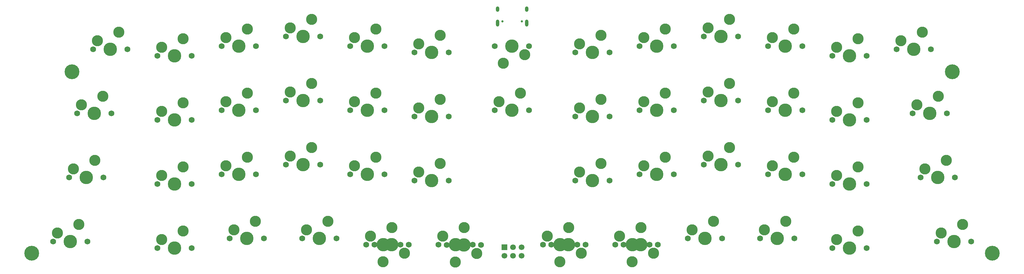
<source format=gts>
%TF.GenerationSoftware,KiCad,Pcbnew,(6.0.7)*%
%TF.CreationDate,2022-09-18T01:02:23+03:00*%
%TF.ProjectId,teethless40_csl_pcb_schema,74656574-686c-4657-9373-34305f63736c,rev?*%
%TF.SameCoordinates,Original*%
%TF.FileFunction,Soldermask,Top*%
%TF.FilePolarity,Negative*%
%FSLAX46Y46*%
G04 Gerber Fmt 4.6, Leading zero omitted, Abs format (unit mm)*
G04 Created by KiCad (PCBNEW (6.0.7)) date 2022-09-18 01:02:23*
%MOMM*%
%LPD*%
G01*
G04 APERTURE LIST*
%ADD10C,4.400000*%
%ADD11C,1.750000*%
%ADD12C,3.987800*%
%ADD13C,3.300000*%
%ADD14C,0.650000*%
%ADD15O,1.000000X1.600000*%
%ADD16O,1.000000X2.100000*%
%ADD17R,1.700000X1.700000*%
%ADD18C,1.700000*%
G04 APERTURE END LIST*
D10*
X304580000Y-95110000D03*
X31750000Y-41170000D03*
X19850000Y-95100000D03*
X292670000Y-41170000D03*
D11*
X133303750Y-73570000D03*
X143463750Y-73570000D03*
D12*
X138383750Y-73570000D03*
D13*
X134573750Y-71030000D03*
X140923750Y-68490000D03*
D11*
X119003750Y-92620000D03*
D12*
X124083750Y-92620000D03*
D11*
X129163750Y-92620000D03*
D13*
X120273750Y-90080000D03*
X126623750Y-87540000D03*
D11*
X224436250Y-90720000D03*
D12*
X219356250Y-90720000D03*
D11*
X214276250Y-90720000D03*
D13*
X215546250Y-88180000D03*
X221896250Y-85640000D03*
D11*
X133303750Y-54520000D03*
X143463750Y-54520000D03*
D12*
X138383750Y-54520000D03*
D13*
X134573750Y-51980000D03*
X140923750Y-49440000D03*
D12*
X43133125Y-34507500D03*
D11*
X38053125Y-34507500D03*
X48213125Y-34507500D03*
D13*
X39323125Y-31967500D03*
X45673125Y-29427500D03*
D11*
X171403750Y-92610000D03*
D12*
X176483750Y-92610000D03*
D11*
X181563750Y-92610000D03*
D13*
X172673750Y-90070000D03*
X179023750Y-87530000D03*
D14*
X159310000Y-26197636D03*
X165090000Y-26197636D03*
D15*
X166520000Y-22547636D03*
X157880000Y-22547636D03*
D16*
X166520000Y-26727636D03*
X157880000Y-26727636D03*
D11*
X210143750Y-71670000D03*
X199983750Y-71670000D03*
D12*
X205063750Y-71670000D03*
D13*
X201253750Y-69130000D03*
X207603750Y-66590000D03*
D12*
X38370625Y-53557500D03*
D11*
X33290625Y-53557500D03*
X43450625Y-53557500D03*
D13*
X34560625Y-51017500D03*
X40910625Y-48477500D03*
D11*
X267283750Y-93570000D03*
D12*
X262203750Y-93570000D03*
D11*
X257123750Y-93570000D03*
D13*
X258393750Y-91030000D03*
X264743750Y-88490000D03*
D11*
X86313750Y-33570000D03*
D12*
X81233750Y-33570000D03*
D11*
X76153750Y-33570000D03*
D13*
X77423750Y-31030000D03*
X83773750Y-28490000D03*
D12*
X100283750Y-49760000D03*
D11*
X105363750Y-49760000D03*
X95203750Y-49760000D03*
D13*
X96473750Y-47220000D03*
X102823750Y-44680000D03*
D11*
X219033750Y-49760000D03*
D12*
X224113750Y-49760000D03*
D11*
X229193750Y-49760000D03*
D13*
X220303750Y-47220000D03*
X226653750Y-44680000D03*
D11*
X167263750Y-33560000D03*
X157103750Y-33560000D03*
D12*
X162183750Y-33560000D03*
D13*
X165993750Y-36100000D03*
X159643750Y-38640000D03*
D11*
X26146875Y-91657500D03*
D12*
X31226875Y-91657500D03*
D11*
X36306875Y-91657500D03*
D13*
X27416875Y-89117500D03*
X33766875Y-86577500D03*
D11*
X124403750Y-33580000D03*
X114243750Y-33580000D03*
D12*
X119323750Y-33580000D03*
D13*
X115513750Y-31040000D03*
X121863750Y-28500000D03*
D11*
X105363750Y-68810000D03*
D12*
X100283750Y-68810000D03*
D11*
X95203750Y-68810000D03*
D13*
X96473750Y-66270000D03*
X102823750Y-63730000D03*
D11*
X173793750Y-92610000D03*
X183953750Y-92610000D03*
D12*
X178873750Y-92610000D03*
D13*
X182683750Y-95150000D03*
X176333750Y-97690000D03*
D12*
X286026250Y-53570000D03*
D11*
X291106250Y-53570000D03*
X280946250Y-53570000D03*
D13*
X282216250Y-51030000D03*
X288566250Y-48490000D03*
D12*
X288407500Y-72620000D03*
D11*
X283327500Y-72620000D03*
X293487500Y-72620000D03*
D13*
X284597500Y-70080000D03*
X290947500Y-67540000D03*
D11*
X248248750Y-71670000D03*
X238088750Y-71670000D03*
D12*
X243168750Y-71670000D03*
D13*
X239358750Y-69130000D03*
X245708750Y-66590000D03*
D12*
X81233750Y-52620000D03*
D11*
X76153750Y-52620000D03*
X86313750Y-52620000D03*
D13*
X77423750Y-50080000D03*
X83773750Y-47540000D03*
D12*
X119323750Y-52630000D03*
D11*
X124403750Y-52630000D03*
X114243750Y-52630000D03*
D13*
X115513750Y-50090000D03*
X121863750Y-47550000D03*
D12*
X162183750Y-52610000D03*
D11*
X157103750Y-52610000D03*
X167263750Y-52610000D03*
D13*
X158373750Y-50070000D03*
X164723750Y-47530000D03*
D12*
X62183750Y-55470000D03*
D11*
X67263750Y-55470000D03*
X57103750Y-55470000D03*
D13*
X58373750Y-52930000D03*
X64723750Y-50390000D03*
D12*
X200303750Y-92600000D03*
D11*
X205383750Y-92600000D03*
X195223750Y-92600000D03*
D13*
X204113750Y-95140000D03*
X197763750Y-97680000D03*
D11*
X229193750Y-68810000D03*
X219033750Y-68810000D03*
D12*
X224113750Y-68810000D03*
D13*
X220303750Y-66270000D03*
X226653750Y-63730000D03*
D11*
X95203750Y-30710000D03*
X105363750Y-30710000D03*
D12*
X100283750Y-30710000D03*
D13*
X96473750Y-28170000D03*
X102823750Y-25630000D03*
D11*
X57103750Y-93570000D03*
X67263750Y-93570000D03*
D12*
X62183750Y-93570000D03*
D13*
X58373750Y-91030000D03*
X64723750Y-88490000D03*
D11*
X67263750Y-74520000D03*
X57103750Y-74520000D03*
D12*
X62183750Y-74520000D03*
D13*
X58373750Y-71980000D03*
X64723750Y-69440000D03*
D12*
X197890000Y-92610000D03*
D11*
X202970000Y-92610000D03*
X192810000Y-92610000D03*
D13*
X194080000Y-90070000D03*
X200430000Y-87530000D03*
D11*
X210143750Y-33570000D03*
X199983750Y-33570000D03*
D12*
X205063750Y-33570000D03*
D13*
X201253750Y-31030000D03*
X207603750Y-28490000D03*
D12*
X262203750Y-36420000D03*
D11*
X257123750Y-36420000D03*
X267283750Y-36420000D03*
D13*
X258393750Y-33880000D03*
X264743750Y-31340000D03*
D11*
X276183750Y-34520000D03*
D12*
X281263750Y-34520000D03*
D11*
X286343750Y-34520000D03*
D13*
X277453750Y-31980000D03*
X283803750Y-29440000D03*
D11*
X110116250Y-90730000D03*
X99956250Y-90730000D03*
D12*
X105036250Y-90730000D03*
D13*
X101226250Y-88190000D03*
X107576250Y-85650000D03*
D12*
X243168750Y-52620000D03*
D11*
X238088750Y-52620000D03*
X248248750Y-52620000D03*
D13*
X239358750Y-50080000D03*
X245708750Y-47540000D03*
D11*
X229193750Y-30710000D03*
X219033750Y-30710000D03*
D12*
X224113750Y-30710000D03*
D13*
X220303750Y-28170000D03*
X226653750Y-25630000D03*
D12*
X145503750Y-92610000D03*
D11*
X150583750Y-92610000D03*
X140423750Y-92610000D03*
D13*
X141693750Y-90070000D03*
X148043750Y-87530000D03*
D12*
X81233750Y-71670000D03*
D11*
X76153750Y-71670000D03*
X86313750Y-71670000D03*
D13*
X77423750Y-69130000D03*
X83773750Y-66590000D03*
D17*
X159980176Y-93390000D03*
D18*
X159980176Y-95930000D03*
X162520176Y-93390000D03*
X162520176Y-95930000D03*
X165060176Y-93390000D03*
X165060176Y-95930000D03*
D12*
X119323750Y-71680000D03*
D11*
X114243750Y-71680000D03*
X124403750Y-71680000D03*
D13*
X115513750Y-69140000D03*
X121863750Y-66600000D03*
D12*
X262203750Y-74520000D03*
D11*
X267283750Y-74520000D03*
X257123750Y-74520000D03*
D13*
X258393750Y-71980000D03*
X264743750Y-69440000D03*
D12*
X186013125Y-35460000D03*
D11*
X191093125Y-35460000D03*
X180933125Y-35460000D03*
D13*
X182203125Y-32920000D03*
X188553125Y-30380000D03*
D11*
X41069375Y-72607500D03*
D12*
X35989375Y-72607500D03*
D11*
X30909375Y-72607500D03*
D13*
X32179375Y-70067500D03*
X38529375Y-67527500D03*
D11*
X131560000Y-92620000D03*
D12*
X126480000Y-92620000D03*
D11*
X121400000Y-92620000D03*
D13*
X130290000Y-95160000D03*
X123940000Y-97700000D03*
D11*
X235707500Y-90720000D03*
X245867500Y-90720000D03*
D12*
X240787500Y-90720000D03*
D13*
X236977500Y-88180000D03*
X243327500Y-85640000D03*
D11*
X199983750Y-52620000D03*
D12*
X205063750Y-52620000D03*
D11*
X210143750Y-52620000D03*
D13*
X201253750Y-50080000D03*
X207603750Y-47540000D03*
D12*
X262203750Y-55470000D03*
D11*
X267283750Y-55470000D03*
X257123750Y-55470000D03*
D13*
X258393750Y-52930000D03*
X264743750Y-50390000D03*
D11*
X67263750Y-36420000D03*
X57103750Y-36420000D03*
D12*
X62183750Y-36420000D03*
D13*
X58373750Y-33880000D03*
X64723750Y-31340000D03*
D11*
X298250000Y-91670000D03*
D12*
X293170000Y-91670000D03*
D11*
X288090000Y-91670000D03*
D13*
X289360000Y-89130000D03*
X295710000Y-86590000D03*
D11*
X248248750Y-33570000D03*
X238088750Y-33570000D03*
D12*
X243168750Y-33570000D03*
D13*
X239358750Y-31030000D03*
X245708750Y-28490000D03*
D11*
X88695000Y-90720000D03*
D12*
X83615000Y-90720000D03*
D11*
X78535000Y-90720000D03*
D13*
X79805000Y-88180000D03*
X86155000Y-85640000D03*
D11*
X152973750Y-92640000D03*
X142813750Y-92640000D03*
D12*
X147893750Y-92640000D03*
D13*
X151703750Y-95180000D03*
X145353750Y-97720000D03*
D11*
X133303750Y-35470000D03*
D12*
X138383750Y-35470000D03*
D11*
X143463750Y-35470000D03*
D13*
X134573750Y-32930000D03*
X140923750Y-30390000D03*
D11*
X191093125Y-54510000D03*
D12*
X186013125Y-54510000D03*
D11*
X180933125Y-54510000D03*
D13*
X182203125Y-51970000D03*
X188553125Y-49430000D03*
D11*
X191093125Y-73560000D03*
X180933125Y-73560000D03*
D12*
X186013125Y-73560000D03*
D13*
X182203125Y-71020000D03*
X188553125Y-68480000D03*
M02*

</source>
